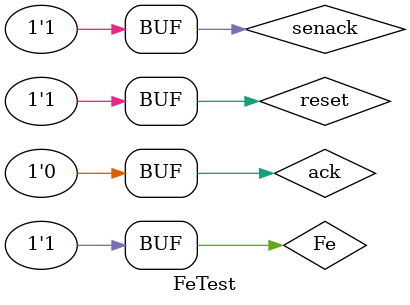
<source format=v>
`timescale 1ns / 1ps


module FeTest;

	// Inputs
	reg ack;
	reg Fe;
	reg senack;
	reg reset;

	// Outputs
	wire A;
	wire B;
	wire C;
	wire Cclear;
	wire Dt;
	wire bit0;
	wire bit1;

	// Instantiate the Unit Under Test (UUT)
	Fe uut (
		.ack(ack), 
		.Fe(Fe), 
		.senack(senack), 
		.reset(reset), 
		.A(A), 
		.B(B), 
		.C(C), 
		.Cclear(Cclear), 
		.Dt(Dt), 
		.bit0(bit0), 
		.bit1(bit1)
	);

	initial begin
		// Initialize Inputs
		ack = 0;
		Fe = 0;
		senack = 0;
		reset = 0;

		// Wait 100 ns for global reset to finish
		#100;
		#100;
		reset = 1;
		#100;
      Fe = 1;
		#100;
		ack =1;
		#100;
		ack = 0;
		#100;
		ack = 1;
		#100;
		ack = 0;
		#100;
		ack =1;
		#100;
		ack = 0;
		#100;
		ack = 1;
		#100;
		ack = 0;
		#100;
		senack = 1;
		#100;
        
		// Add stimulus here

	end
      
endmodule


</source>
